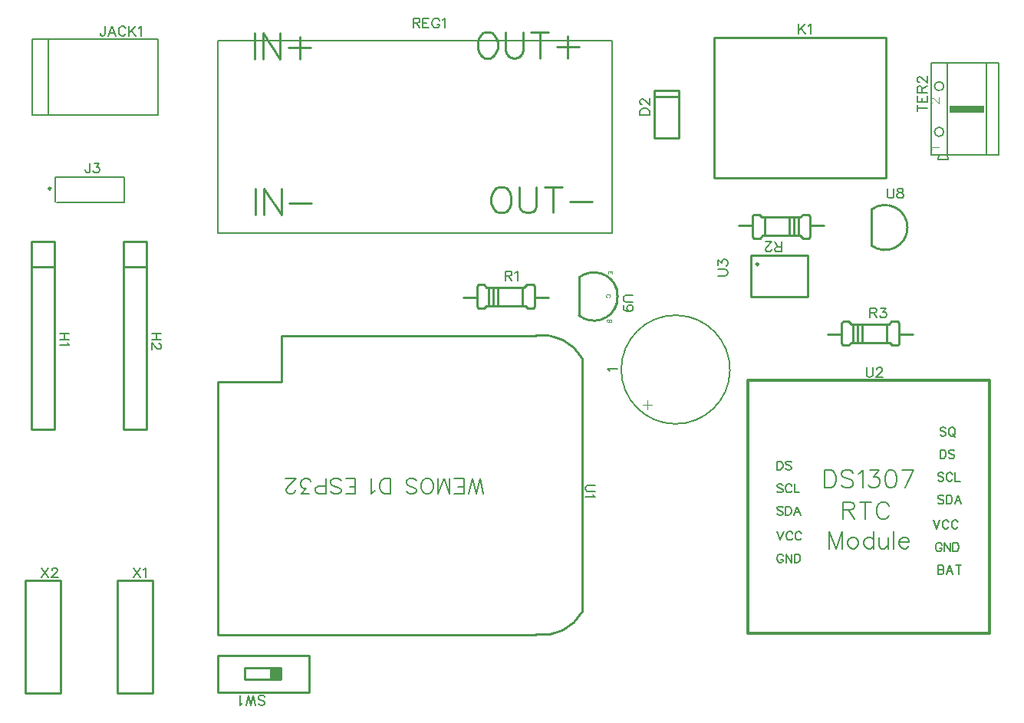
<source format=gto>
G04 Layer: TopSilkLayer*
G04 EasyEDA v6.4.19.5, 2021-05-28T19:21:40+07:00*
G04 6e6706e82e5b4a748e8d5c8c40211ff5,daa0c75fb02d462d8576232f80c62aaa,10*
G04 Gerber Generator version 0.2*
G04 Scale: 100 percent, Rotated: No, Reflected: No *
G04 Dimensions in millimeters *
G04 leading zeros omitted , absolute positions ,4 integer and 5 decimal *
%FSLAX45Y45*%
%MOMM*%

%ADD22C,0.1778*%
%ADD23C,0.2540*%
%ADD24C,0.2286*%
%ADD25C,0.1270*%
%ADD26C,0.3000*%
%ADD27C,0.2032*%
%ADD28C,0.1524*%
%ADD29C,0.1016*%
%ADD30C,0.2400*%
%ADD31C,0.1000*%
%ADD32C,0.1500*%
%ADD33C,0.2000*%
%ADD34C,0.1189*%

%LPD*%
D28*
X1830070Y8002015D02*
G01*
X1830070Y7918958D01*
X1824736Y7903210D01*
X1819655Y7898129D01*
X1809242Y7893050D01*
X1798828Y7893050D01*
X1788413Y7898129D01*
X1783079Y7903210D01*
X1778000Y7918958D01*
X1778000Y7929371D01*
X1905762Y8002015D02*
G01*
X1864360Y7893050D01*
X1905762Y8002015D02*
G01*
X1947418Y7893050D01*
X1879854Y7929371D02*
G01*
X1931670Y7929371D01*
X2059686Y7976108D02*
G01*
X2054352Y7986521D01*
X2043938Y7996936D01*
X2033524Y8002015D01*
X2012950Y8002015D01*
X2002536Y7996936D01*
X1992122Y7986521D01*
X1986788Y7976108D01*
X1981708Y7960360D01*
X1981708Y7934452D01*
X1986788Y7918958D01*
X1992122Y7908544D01*
X2002536Y7898129D01*
X2012950Y7893050D01*
X2033524Y7893050D01*
X2043938Y7898129D01*
X2054352Y7908544D01*
X2059686Y7918958D01*
X2093975Y8002015D02*
G01*
X2093975Y7893050D01*
X2166620Y8002015D02*
G01*
X2093975Y7929371D01*
X2119884Y7955279D02*
G01*
X2166620Y7893050D01*
X2200909Y7981187D02*
G01*
X2211324Y7986521D01*
X2226818Y8002015D01*
X2226818Y7893050D01*
X7398511Y4191000D02*
G01*
X7393177Y4201413D01*
X7377684Y4216907D01*
X7486650Y4216907D01*
D29*
X7763256Y3817365D02*
G01*
X7867141Y3817365D01*
X7815072Y3765550D02*
G01*
X7815072Y3869436D01*
D28*
X10274300Y4890515D02*
G01*
X10274300Y4781550D01*
X10274300Y4890515D02*
G01*
X10321036Y4890515D01*
X10336529Y4885436D01*
X10341863Y4880102D01*
X10346943Y4869687D01*
X10346943Y4859273D01*
X10341863Y4848860D01*
X10336529Y4843779D01*
X10321036Y4838700D01*
X10274300Y4838700D01*
X10310622Y4838700D02*
G01*
X10346943Y4781550D01*
X10391647Y4890515D02*
G01*
X10448797Y4890515D01*
X10417809Y4848860D01*
X10433304Y4848860D01*
X10443718Y4843779D01*
X10448797Y4838700D01*
X10454131Y4822952D01*
X10454131Y4812537D01*
X10448797Y4797044D01*
X10438384Y4786629D01*
X10422890Y4781550D01*
X10407395Y4781550D01*
X10391647Y4786629D01*
X10386568Y4791710D01*
X10381234Y4802123D01*
X9296400Y5510784D02*
G01*
X9296400Y5619750D01*
X9296400Y5510784D02*
G01*
X9249663Y5510784D01*
X9234170Y5515863D01*
X9228836Y5521197D01*
X9223756Y5531612D01*
X9223756Y5542026D01*
X9228836Y5552439D01*
X9234170Y5557520D01*
X9249663Y5562600D01*
X9296400Y5562600D01*
X9260077Y5562600D02*
G01*
X9223756Y5619750D01*
X9184131Y5536692D02*
G01*
X9184131Y5531612D01*
X9179052Y5521197D01*
X9173718Y5515863D01*
X9163304Y5510784D01*
X9142729Y5510784D01*
X9132315Y5515863D01*
X9126981Y5521197D01*
X9121902Y5531612D01*
X9121902Y5542026D01*
X9126981Y5552439D01*
X9137395Y5567934D01*
X9189465Y5619750D01*
X9116568Y5619750D01*
X6248400Y5296915D02*
G01*
X6248400Y5187950D01*
X6248400Y5296915D02*
G01*
X6295136Y5296915D01*
X6310629Y5291836D01*
X6315963Y5286502D01*
X6321043Y5276087D01*
X6321043Y5265673D01*
X6315963Y5255260D01*
X6310629Y5250179D01*
X6295136Y5245100D01*
X6248400Y5245100D01*
X6284722Y5245100D02*
G01*
X6321043Y5187950D01*
X6355334Y5276087D02*
G01*
X6365747Y5281421D01*
X6381495Y5296915D01*
X6381495Y5187950D01*
X7733284Y7023100D02*
G01*
X7842250Y7023100D01*
X7733284Y7023100D02*
G01*
X7733284Y7059421D01*
X7738363Y7075170D01*
X7748777Y7085329D01*
X7759191Y7090663D01*
X7774940Y7095744D01*
X7800847Y7095744D01*
X7816341Y7090663D01*
X7826756Y7085329D01*
X7837170Y7075170D01*
X7842250Y7059421D01*
X7842250Y7023100D01*
X7759191Y7135368D02*
G01*
X7754111Y7135368D01*
X7743697Y7140447D01*
X7738363Y7145781D01*
X7733284Y7156195D01*
X7733284Y7176770D01*
X7738363Y7187184D01*
X7743697Y7192518D01*
X7754111Y7197597D01*
X7764525Y7197597D01*
X7774940Y7192518D01*
X7790434Y7182104D01*
X7842250Y7130034D01*
X7842250Y7202931D01*
X10464800Y6211315D02*
G01*
X10464800Y6133337D01*
X10469879Y6117844D01*
X10480293Y6107429D01*
X10496041Y6102350D01*
X10506456Y6102350D01*
X10521950Y6107429D01*
X10532363Y6117844D01*
X10537443Y6133337D01*
X10537443Y6211315D01*
X10597895Y6211315D02*
G01*
X10582147Y6206236D01*
X10577068Y6195821D01*
X10577068Y6185407D01*
X10582147Y6174994D01*
X10592561Y6169660D01*
X10613390Y6164579D01*
X10628884Y6159500D01*
X10639297Y6149086D01*
X10644631Y6138671D01*
X10644631Y6122923D01*
X10639297Y6112510D01*
X10634218Y6107429D01*
X10618470Y6102350D01*
X10597895Y6102350D01*
X10582147Y6107429D01*
X10577068Y6112510D01*
X10571734Y6122923D01*
X10571734Y6138671D01*
X10577068Y6149086D01*
X10587481Y6159500D01*
X10602975Y6164579D01*
X10623804Y6169660D01*
X10634218Y6174994D01*
X10639297Y6185407D01*
X10639297Y6195821D01*
X10634218Y6206236D01*
X10618470Y6211315D01*
X10597895Y6211315D01*
X5232400Y8090915D02*
G01*
X5232400Y7981950D01*
X5232400Y8090915D02*
G01*
X5279136Y8090915D01*
X5294629Y8085836D01*
X5299963Y8080502D01*
X5305043Y8070087D01*
X5305043Y8059673D01*
X5299963Y8049260D01*
X5294629Y8044179D01*
X5279136Y8039100D01*
X5232400Y8039100D01*
X5268722Y8039100D02*
G01*
X5305043Y7981950D01*
X5339334Y8090915D02*
G01*
X5339334Y7981950D01*
X5339334Y8090915D02*
G01*
X5406897Y8090915D01*
X5339334Y8039100D02*
G01*
X5380990Y8039100D01*
X5339334Y7981950D02*
G01*
X5406897Y7981950D01*
X5519165Y8065008D02*
G01*
X5514086Y8075421D01*
X5503672Y8085836D01*
X5493258Y8090915D01*
X5472429Y8090915D01*
X5462015Y8085836D01*
X5451602Y8075421D01*
X5446522Y8065008D01*
X5441188Y8049260D01*
X5441188Y8023352D01*
X5446522Y8007858D01*
X5451602Y7997444D01*
X5462015Y7987029D01*
X5472429Y7981950D01*
X5493258Y7981950D01*
X5503672Y7987029D01*
X5514086Y7997444D01*
X5519165Y8007858D01*
X5519165Y8023352D01*
X5493258Y8023352D02*
G01*
X5519165Y8023352D01*
X5553456Y8070087D02*
G01*
X5563870Y8075421D01*
X5579363Y8090915D01*
X5579363Y7981950D01*
D30*
X3483356Y7927847D02*
G01*
X3483356Y7641336D01*
X3573525Y7927847D02*
G01*
X3573525Y7641336D01*
X3573525Y7927847D02*
G01*
X3764279Y7641336D01*
X3764279Y7927847D02*
G01*
X3764279Y7641336D01*
X3977131Y7886700D02*
G01*
X3977131Y7641336D01*
X3854195Y7764018D02*
G01*
X4099813Y7764018D01*
X3493515Y6207760D02*
G01*
X3493515Y5921247D01*
X3583431Y6207760D02*
G01*
X3583431Y5921247D01*
X3583431Y6207760D02*
G01*
X3774186Y5921247D01*
X3774186Y6207760D02*
G01*
X3774186Y5921247D01*
X3864356Y6044184D02*
G01*
X4109720Y6044184D01*
X6025134Y7937754D02*
G01*
X5997956Y7924037D01*
X5970777Y7896860D01*
X5957061Y7869428D01*
X5943345Y7828534D01*
X5943345Y7760462D01*
X5957061Y7719568D01*
X5970777Y7692136D01*
X5997956Y7664958D01*
X6025134Y7651242D01*
X6079743Y7651242D01*
X6106922Y7664958D01*
X6134354Y7692136D01*
X6147815Y7719568D01*
X6161531Y7760462D01*
X6161531Y7828534D01*
X6147815Y7869428D01*
X6134354Y7896860D01*
X6106922Y7924037D01*
X6079743Y7937754D01*
X6025134Y7937754D01*
X6251702Y7937754D02*
G01*
X6251702Y7733284D01*
X6265163Y7692136D01*
X6292595Y7664958D01*
X6333490Y7651242D01*
X6360668Y7651242D01*
X6401561Y7664958D01*
X6428740Y7692136D01*
X6442456Y7733284D01*
X6442456Y7937754D01*
X6627875Y7937754D02*
G01*
X6627875Y7651242D01*
X6532372Y7937754D02*
G01*
X6723379Y7937754D01*
X6936231Y7896860D02*
G01*
X6936231Y7651242D01*
X6813295Y7774178D02*
G01*
X7058913Y7774178D01*
X6175247Y6227826D02*
G01*
X6147815Y6214110D01*
X6120638Y6186931D01*
X6106922Y6159500D01*
X6093459Y6118605D01*
X6093459Y6050534D01*
X6106922Y6009639D01*
X6120638Y5982207D01*
X6147815Y5955029D01*
X6175247Y5941313D01*
X6229858Y5941313D01*
X6257036Y5955029D01*
X6284213Y5982207D01*
X6297929Y6009639D01*
X6311645Y6050534D01*
X6311645Y6118605D01*
X6297929Y6159500D01*
X6284213Y6186931D01*
X6257036Y6214110D01*
X6229858Y6227826D01*
X6175247Y6227826D01*
X6401561Y6227826D02*
G01*
X6401561Y6023102D01*
X6415277Y5982207D01*
X6442456Y5955029D01*
X6483350Y5941313D01*
X6510781Y5941313D01*
X6551675Y5955029D01*
X6578854Y5982207D01*
X6592570Y6023102D01*
X6592570Y6227826D01*
X6777990Y6227826D02*
G01*
X6777990Y5941313D01*
X6682486Y6227826D02*
G01*
X6873493Y6227826D01*
X6963409Y6063995D02*
G01*
X7208774Y6063995D01*
D28*
X7659115Y5029200D02*
G01*
X7581138Y5029200D01*
X7565643Y5024120D01*
X7555229Y5013705D01*
X7550150Y4997957D01*
X7550150Y4987544D01*
X7555229Y4972050D01*
X7565643Y4961636D01*
X7581138Y4956555D01*
X7659115Y4956555D01*
X7622793Y4854702D02*
G01*
X7607300Y4859781D01*
X7596886Y4870195D01*
X7591552Y4885689D01*
X7591552Y4891023D01*
X7596886Y4906518D01*
X7607300Y4916931D01*
X7622793Y4922265D01*
X7627874Y4922265D01*
X7643622Y4916931D01*
X7654036Y4906518D01*
X7659115Y4891023D01*
X7659115Y4885689D01*
X7654036Y4870195D01*
X7643622Y4859781D01*
X7622793Y4854702D01*
X7596886Y4854702D01*
X7570724Y4859781D01*
X7555229Y4870195D01*
X7550150Y4885689D01*
X7550150Y4896104D01*
X7555229Y4911852D01*
X7565643Y4916931D01*
D31*
X7418577Y4762500D02*
G01*
X7370825Y4762500D01*
X7418577Y4762500D02*
G01*
X7418577Y4741926D01*
X7416291Y4735321D01*
X7414006Y4733036D01*
X7409688Y4730750D01*
X7405115Y4730750D01*
X7400543Y4733036D01*
X7398258Y4735321D01*
X7395972Y4741926D01*
X7395972Y4762500D02*
G01*
X7395972Y4741926D01*
X7393686Y4735321D01*
X7391400Y4733036D01*
X7386827Y4730750D01*
X7379970Y4730750D01*
X7375397Y4733036D01*
X7373111Y4735321D01*
X7370825Y4741926D01*
X7370825Y4762500D01*
X7394702Y5007863D02*
G01*
X7399274Y5010150D01*
X7403591Y5014721D01*
X7405877Y5019294D01*
X7405877Y5028184D01*
X7403591Y5032755D01*
X7399274Y5037328D01*
X7394702Y5039613D01*
X7387843Y5041900D01*
X7376413Y5041900D01*
X7369556Y5039613D01*
X7364984Y5037328D01*
X7360411Y5032755D01*
X7358125Y5028184D01*
X7358125Y5019294D01*
X7360411Y5014721D01*
X7364984Y5010150D01*
X7369556Y5007863D01*
X7429497Y5295900D02*
G01*
X7381745Y5295900D01*
X7429497Y5295900D02*
G01*
X7429497Y5266436D01*
X7406891Y5295900D02*
G01*
X7406891Y5277612D01*
X7381745Y5295900D02*
G01*
X7381745Y5266436D01*
D28*
X9486900Y8027415D02*
G01*
X9486900Y7918450D01*
X9559543Y8027415D02*
G01*
X9486900Y7954771D01*
X9512808Y7980679D02*
G01*
X9559543Y7918450D01*
X9593834Y8006587D02*
G01*
X9604247Y8011921D01*
X9619995Y8027415D01*
X9619995Y7918450D01*
X10234320Y4235856D02*
G01*
X10234320Y4157878D01*
X10239400Y4142384D01*
X10249814Y4131970D01*
X10265562Y4126890D01*
X10275976Y4126890D01*
X10291470Y4131970D01*
X10301884Y4142384D01*
X10306964Y4157878D01*
X10306964Y4235856D01*
X10346588Y4209948D02*
G01*
X10346588Y4215028D01*
X10351668Y4225442D01*
X10357002Y4230776D01*
X10367416Y4235856D01*
X10387990Y4235856D01*
X10398404Y4230776D01*
X10403738Y4225442D01*
X10408818Y4215028D01*
X10408818Y4204614D01*
X10403738Y4194200D01*
X10393324Y4178706D01*
X10341254Y4126890D01*
X10414152Y4126890D01*
D32*
X9247873Y3197512D02*
G01*
X9247873Y3102008D01*
X9247873Y3197512D02*
G01*
X9279623Y3197512D01*
X9293339Y3192940D01*
X9302229Y3183796D01*
X9306801Y3174652D01*
X9311373Y3161190D01*
X9311373Y3138330D01*
X9306801Y3124614D01*
X9302229Y3115724D01*
X9293339Y3106580D01*
X9279623Y3102008D01*
X9247873Y3102008D01*
X9405099Y3183796D02*
G01*
X9395955Y3192940D01*
X9382239Y3197512D01*
X9364205Y3197512D01*
X9350489Y3192940D01*
X9341345Y3183796D01*
X9341345Y3174652D01*
X9345917Y3165508D01*
X9350489Y3161190D01*
X9359633Y3156618D01*
X9386811Y3147474D01*
X9395955Y3142902D01*
X9400527Y3138330D01*
X9405099Y3129186D01*
X9405099Y3115724D01*
X9395955Y3106580D01*
X9382239Y3102008D01*
X9364205Y3102008D01*
X9350489Y3106580D01*
X9341345Y3115724D01*
X9311482Y2933750D02*
G01*
X9302338Y2942894D01*
X9288622Y2947466D01*
X9270588Y2947466D01*
X9256872Y2942894D01*
X9247728Y2933750D01*
X9247728Y2924606D01*
X9252300Y2915716D01*
X9256872Y2911144D01*
X9266016Y2906572D01*
X9293194Y2897428D01*
X9302338Y2892856D01*
X9306910Y2888284D01*
X9311482Y2879140D01*
X9311482Y2865678D01*
X9302338Y2856534D01*
X9288622Y2851962D01*
X9270588Y2851962D01*
X9256872Y2856534D01*
X9247728Y2865678D01*
X9409526Y2924606D02*
G01*
X9404954Y2933750D01*
X9396064Y2942894D01*
X9386920Y2947466D01*
X9368632Y2947466D01*
X9359488Y2942894D01*
X9350598Y2933750D01*
X9346026Y2924606D01*
X9341454Y2911144D01*
X9341454Y2888284D01*
X9346026Y2874822D01*
X9350598Y2865678D01*
X9359488Y2856534D01*
X9368632Y2851962D01*
X9386920Y2851962D01*
X9396064Y2856534D01*
X9404954Y2865678D01*
X9409526Y2874822D01*
X9439498Y2947466D02*
G01*
X9439498Y2851962D01*
X9439498Y2851962D02*
G01*
X9494108Y2851962D01*
X9311340Y2683921D02*
G01*
X9302450Y2692811D01*
X9288734Y2697383D01*
X9270446Y2697383D01*
X9256984Y2692811D01*
X9247840Y2683921D01*
X9247840Y2674777D01*
X9252412Y2665633D01*
X9256984Y2661061D01*
X9265874Y2656489D01*
X9293306Y2647345D01*
X9302450Y2642773D01*
X9306768Y2638455D01*
X9311340Y2629311D01*
X9311340Y2615595D01*
X9302450Y2606451D01*
X9288734Y2601879D01*
X9270446Y2601879D01*
X9256984Y2606451D01*
X9247840Y2615595D01*
X9341312Y2697383D02*
G01*
X9341312Y2601879D01*
X9341312Y2697383D02*
G01*
X9373316Y2697383D01*
X9386778Y2692811D01*
X9395922Y2683921D01*
X9400494Y2674777D01*
X9405066Y2661061D01*
X9405066Y2638455D01*
X9400494Y2624739D01*
X9395922Y2615595D01*
X9386778Y2606451D01*
X9373316Y2601879D01*
X9341312Y2601879D01*
X9471360Y2697383D02*
G01*
X9435038Y2601879D01*
X9471360Y2697383D02*
G01*
X9507682Y2601879D01*
X9448754Y2633883D02*
G01*
X9494220Y2633883D01*
X9247759Y2422456D02*
G01*
X9284081Y2326952D01*
X9320402Y2422456D02*
G01*
X9284081Y2326952D01*
X9418700Y2399596D02*
G01*
X9414129Y2408740D01*
X9404984Y2417884D01*
X9396095Y2422456D01*
X9377806Y2422456D01*
X9368663Y2417884D01*
X9359518Y2408740D01*
X9354947Y2399596D01*
X9350629Y2386134D01*
X9350629Y2363274D01*
X9354947Y2349812D01*
X9359518Y2340668D01*
X9368663Y2331524D01*
X9377806Y2326952D01*
X9396095Y2326952D01*
X9404984Y2331524D01*
X9414129Y2340668D01*
X9418700Y2349812D01*
X9516999Y2399596D02*
G01*
X9512427Y2408740D01*
X9503283Y2417884D01*
X9494138Y2422456D01*
X9475850Y2422456D01*
X9466961Y2417884D01*
X9457816Y2408740D01*
X9453245Y2399596D01*
X9448672Y2386134D01*
X9448672Y2363274D01*
X9453245Y2349812D01*
X9457816Y2340668D01*
X9466961Y2331524D01*
X9475850Y2326952D01*
X9494138Y2326952D01*
X9503283Y2331524D01*
X9512427Y2340668D01*
X9516999Y2349812D01*
X9316051Y2149662D02*
G01*
X9311479Y2158806D01*
X9302335Y2167950D01*
X9293191Y2172522D01*
X9275157Y2172522D01*
X9266013Y2167950D01*
X9256869Y2158806D01*
X9252297Y2149662D01*
X9247725Y2135946D01*
X9247725Y2113340D01*
X9252297Y2099624D01*
X9256869Y2090734D01*
X9266013Y2081590D01*
X9275157Y2077018D01*
X9293191Y2077018D01*
X9302335Y2081590D01*
X9311479Y2090734D01*
X9316051Y2099624D01*
X9316051Y2113340D01*
X9293191Y2113340D02*
G01*
X9316051Y2113340D01*
X9346023Y2172522D02*
G01*
X9346023Y2077018D01*
X9346023Y2172522D02*
G01*
X9409523Y2077018D01*
X9409523Y2172522D02*
G01*
X9409523Y2077018D01*
X9439495Y2172522D02*
G01*
X9439495Y2077018D01*
X9439495Y2172522D02*
G01*
X9471499Y2172522D01*
X9484961Y2167950D01*
X9494105Y2158806D01*
X9498677Y2149662D01*
X9503249Y2135946D01*
X9503249Y2113340D01*
X9498677Y2099624D01*
X9494105Y2090734D01*
X9484961Y2081590D01*
X9471499Y2077018D01*
X9439495Y2077018D01*
X11047869Y3322515D02*
G01*
X11047869Y3227006D01*
X11047869Y3322515D02*
G01*
X11079619Y3322515D01*
X11093340Y3317948D01*
X11102230Y3308797D01*
X11106797Y3299663D01*
X11111369Y3286198D01*
X11111369Y3263341D01*
X11106797Y3249622D01*
X11102230Y3240730D01*
X11093340Y3231591D01*
X11079619Y3227006D01*
X11047869Y3227006D01*
X11205100Y3308797D02*
G01*
X11195956Y3317948D01*
X11182240Y3322515D01*
X11164206Y3322515D01*
X11150490Y3317948D01*
X11141341Y3308797D01*
X11141341Y3299663D01*
X11145916Y3290506D01*
X11150490Y3286198D01*
X11159632Y3281613D01*
X11186810Y3272480D01*
X11195956Y3267913D01*
X11200523Y3263341D01*
X11205100Y3254189D01*
X11205100Y3240730D01*
X11195956Y3231591D01*
X11182240Y3227006D01*
X11164206Y3227006D01*
X11150490Y3231591D01*
X11141341Y3240730D01*
X11086477Y3058751D02*
G01*
X11077333Y3067903D01*
X11063615Y3072470D01*
X11045583Y3072470D01*
X11031865Y3067903D01*
X11022723Y3058751D01*
X11022723Y3049612D01*
X11027298Y3040720D01*
X11031865Y3036153D01*
X11041009Y3031568D01*
X11068187Y3022434D01*
X11077333Y3017862D01*
X11081908Y3013278D01*
X11086477Y3004144D01*
X11086477Y2990684D01*
X11077333Y2981528D01*
X11063615Y2976961D01*
X11045583Y2976961D01*
X11031865Y2981528D01*
X11022723Y2990684D01*
X11184524Y3049612D02*
G01*
X11179949Y3058751D01*
X11171057Y3067903D01*
X11161918Y3072470D01*
X11143627Y3072470D01*
X11134483Y3067903D01*
X11125591Y3058751D01*
X11121024Y3049612D01*
X11116449Y3036153D01*
X11116449Y3013278D01*
X11121024Y2999818D01*
X11125591Y2990684D01*
X11134483Y2981528D01*
X11143627Y2976961D01*
X11161918Y2976961D01*
X11171057Y2981528D01*
X11179949Y2990684D01*
X11184524Y2999818D01*
X11214491Y3072470D02*
G01*
X11214491Y2976961D01*
X11214491Y2976961D02*
G01*
X11269103Y2976961D01*
X11086332Y2808930D02*
G01*
X11077450Y2817822D01*
X11063729Y2822389D01*
X11045443Y2822389D01*
X11031979Y2817822D01*
X11022832Y2808930D01*
X11022832Y2799773D01*
X11027407Y2790639D01*
X11031979Y2786072D01*
X11040866Y2781500D01*
X11068301Y2772349D01*
X11077450Y2767782D01*
X11081760Y2763456D01*
X11086332Y2754322D01*
X11086332Y2740599D01*
X11077450Y2731447D01*
X11063729Y2726880D01*
X11045443Y2726880D01*
X11031979Y2731447D01*
X11022832Y2740599D01*
X11116307Y2822389D02*
G01*
X11116307Y2726880D01*
X11116307Y2822389D02*
G01*
X11148308Y2822389D01*
X11161775Y2817822D01*
X11170917Y2808930D01*
X11175486Y2799773D01*
X11180058Y2786072D01*
X11180058Y2763456D01*
X11175486Y2749750D01*
X11170917Y2740599D01*
X11161775Y2731447D01*
X11148308Y2726880D01*
X11116307Y2726880D01*
X11246360Y2822389D02*
G01*
X11210033Y2726880D01*
X11246360Y2822389D02*
G01*
X11282677Y2726880D01*
X11223749Y2758889D02*
G01*
X11269212Y2758889D01*
X10972845Y2547447D02*
G01*
X11009167Y2451938D01*
X11045489Y2547447D02*
G01*
X11009167Y2451938D01*
X11143790Y2524589D02*
G01*
X11139215Y2533728D01*
X11130071Y2542862D01*
X11121179Y2547447D01*
X11102898Y2547447D01*
X11093747Y2542862D01*
X11084605Y2533728D01*
X11080038Y2524589D01*
X11075715Y2511112D01*
X11075715Y2488255D01*
X11080038Y2474795D01*
X11084605Y2465661D01*
X11093747Y2456505D01*
X11102898Y2451938D01*
X11121179Y2451938D01*
X11130071Y2456505D01*
X11139215Y2465661D01*
X11143790Y2474795D01*
X11242088Y2524589D02*
G01*
X11237513Y2533728D01*
X11228372Y2542862D01*
X11219223Y2547447D01*
X11200940Y2547447D01*
X11192047Y2542862D01*
X11182901Y2533728D01*
X11178329Y2524589D01*
X11173762Y2511112D01*
X11173762Y2488255D01*
X11178329Y2474795D01*
X11182901Y2465661D01*
X11192047Y2456505D01*
X11200940Y2451938D01*
X11219223Y2451938D01*
X11228372Y2456505D01*
X11237513Y2465661D01*
X11242088Y2474795D01*
X11066051Y2274661D02*
G01*
X11061479Y2283813D01*
X11052335Y2292951D01*
X11043188Y2297518D01*
X11025159Y2297518D01*
X11016010Y2292951D01*
X11006866Y2283813D01*
X11002299Y2274661D01*
X10997725Y2260942D01*
X10997725Y2238344D01*
X11002299Y2224625D01*
X11006866Y2215728D01*
X11016010Y2206594D01*
X11025159Y2202009D01*
X11043188Y2202009D01*
X11052335Y2206594D01*
X11061479Y2215728D01*
X11066051Y2224625D01*
X11066051Y2238344D01*
X11043188Y2238344D02*
G01*
X11066051Y2238344D01*
X11096025Y2297518D02*
G01*
X11096025Y2202009D01*
X11096025Y2297518D02*
G01*
X11159525Y2202009D01*
X11159525Y2297518D02*
G01*
X11159525Y2202009D01*
X11189492Y2297518D02*
G01*
X11189492Y2202009D01*
X11189492Y2297518D02*
G01*
X11221501Y2297518D01*
X11234958Y2292951D01*
X11244105Y2283813D01*
X11248677Y2274661D01*
X11253251Y2260942D01*
X11253251Y2238344D01*
X11248677Y2224625D01*
X11244105Y2215728D01*
X11234958Y2206594D01*
X11221501Y2202009D01*
X11189492Y2202009D01*
X11111473Y3558755D02*
G01*
X11102329Y3567899D01*
X11088613Y3572471D01*
X11070579Y3572471D01*
X11056863Y3567899D01*
X11047719Y3558755D01*
X11047719Y3549611D01*
X11052291Y3540721D01*
X11056863Y3536149D01*
X11066007Y3531577D01*
X11093185Y3522433D01*
X11102329Y3517861D01*
X11106901Y3513289D01*
X11111473Y3504145D01*
X11111473Y3490683D01*
X11102329Y3481539D01*
X11088613Y3476967D01*
X11070579Y3476967D01*
X11056863Y3481539D01*
X11047719Y3490683D01*
X11168623Y3572471D02*
G01*
X11159479Y3567899D01*
X11150589Y3558755D01*
X11146017Y3549611D01*
X11141445Y3536149D01*
X11141445Y3513289D01*
X11146017Y3499827D01*
X11150589Y3490683D01*
X11159479Y3481539D01*
X11168623Y3476967D01*
X11186911Y3476967D01*
X11196055Y3481539D01*
X11204945Y3490683D01*
X11209517Y3499827D01*
X11214089Y3513289D01*
X11214089Y3536149D01*
X11209517Y3549611D01*
X11204945Y3558755D01*
X11196055Y3567899D01*
X11186911Y3572471D01*
X11168623Y3572471D01*
X11182339Y3495255D02*
G01*
X11209517Y3467823D01*
X11022840Y2047318D02*
G01*
X11022840Y1952068D01*
X11022840Y2047318D02*
G01*
X11063734Y2047318D01*
X11077450Y2043000D01*
X11081768Y2038428D01*
X11086340Y2029284D01*
X11086340Y2020140D01*
X11081768Y2010996D01*
X11077450Y2006424D01*
X11063734Y2002106D01*
X11022840Y2002106D02*
G01*
X11063734Y2002106D01*
X11077450Y1997534D01*
X11081768Y1992962D01*
X11086340Y1983818D01*
X11086340Y1970102D01*
X11081768Y1960958D01*
X11077450Y1956640D01*
X11063734Y1952068D01*
X11022840Y1952068D01*
X11152888Y2047318D02*
G01*
X11116312Y1952068D01*
X11152888Y2047318D02*
G01*
X11189210Y1952068D01*
X11130028Y1983818D02*
G01*
X11175494Y1983818D01*
X11250932Y2047318D02*
G01*
X11250932Y1952068D01*
X11219182Y2047318D02*
G01*
X11282682Y2047318D01*
D33*
X9772898Y3098248D02*
G01*
X9772898Y2907494D01*
X9772898Y3098248D02*
G01*
X9836398Y3098248D01*
X9863576Y3089358D01*
X9881864Y3071070D01*
X9891008Y3052782D01*
X9900152Y3025604D01*
X9900152Y2980138D01*
X9891008Y2952960D01*
X9881864Y2934672D01*
X9863576Y2916638D01*
X9836398Y2907494D01*
X9772898Y2907494D01*
X10087350Y3071070D02*
G01*
X10069062Y3089358D01*
X10041884Y3098248D01*
X10005562Y3098248D01*
X9978130Y3089358D01*
X9960096Y3071070D01*
X9960096Y3052782D01*
X9969240Y3034748D01*
X9978130Y3025604D01*
X9996418Y3016460D01*
X10051028Y2998426D01*
X10069062Y2989282D01*
X10078206Y2980138D01*
X10087350Y2962104D01*
X10087350Y2934672D01*
X10069062Y2916638D01*
X10041884Y2907494D01*
X10005562Y2907494D01*
X9978130Y2916638D01*
X9960096Y2934672D01*
X10147294Y3061926D02*
G01*
X10165582Y3071070D01*
X10192760Y3098248D01*
X10192760Y2907494D01*
X10270992Y3098248D02*
G01*
X10371068Y3098248D01*
X10316458Y3025604D01*
X10343636Y3025604D01*
X10361924Y3016460D01*
X10371068Y3007316D01*
X10379958Y2980138D01*
X10379958Y2962104D01*
X10371068Y2934672D01*
X10352780Y2916638D01*
X10325602Y2907494D01*
X10298170Y2907494D01*
X10270992Y2916638D01*
X10261848Y2925528D01*
X10252704Y2943816D01*
X10494512Y3098248D02*
G01*
X10467334Y3089358D01*
X10449046Y3061926D01*
X10440156Y3016460D01*
X10440156Y2989282D01*
X10449046Y2943816D01*
X10467334Y2916638D01*
X10494512Y2907494D01*
X10512800Y2907494D01*
X10539978Y2916638D01*
X10558266Y2943816D01*
X10567410Y2989282D01*
X10567410Y3016460D01*
X10558266Y3061926D01*
X10539978Y3089358D01*
X10512800Y3098248D01*
X10494512Y3098248D01*
X10754608Y3098248D02*
G01*
X10663676Y2907494D01*
X10627354Y3098248D02*
G01*
X10754608Y3098248D01*
X9972761Y2748399D02*
G01*
X9972761Y2557391D01*
X9972761Y2748399D02*
G01*
X10054549Y2748399D01*
X10081981Y2739255D01*
X10090871Y2730111D01*
X10100015Y2712077D01*
X10100015Y2693789D01*
X10090871Y2675501D01*
X10081981Y2666611D01*
X10054549Y2657467D01*
X9972761Y2657467D01*
X10036515Y2657467D02*
G01*
X10100015Y2557391D01*
X10223713Y2748399D02*
G01*
X10223713Y2557391D01*
X10159959Y2748399D02*
G01*
X10287213Y2748399D01*
X10483809Y2702933D02*
G01*
X10474665Y2720967D01*
X10456377Y2739255D01*
X10438343Y2748399D01*
X10401767Y2748399D01*
X10383733Y2739255D01*
X10365445Y2720967D01*
X10356301Y2702933D01*
X10347411Y2675501D01*
X10347411Y2630289D01*
X10356301Y2602857D01*
X10365445Y2584823D01*
X10383733Y2566535D01*
X10401767Y2557391D01*
X10438343Y2557391D01*
X10456377Y2566535D01*
X10474665Y2584823D01*
X10483809Y2602857D01*
X9822670Y2423424D02*
G01*
X9822670Y2232416D01*
X9822670Y2423424D02*
G01*
X9895568Y2232416D01*
X9968212Y2423424D02*
G01*
X9895568Y2232416D01*
X9968212Y2423424D02*
G01*
X9968212Y2232416D01*
X10073622Y2359670D02*
G01*
X10055588Y2350526D01*
X10037300Y2332492D01*
X10028156Y2305060D01*
X10028156Y2287026D01*
X10037300Y2259594D01*
X10055588Y2241560D01*
X10073622Y2232416D01*
X10101054Y2232416D01*
X10119088Y2241560D01*
X10137376Y2259594D01*
X10146520Y2287026D01*
X10146520Y2305060D01*
X10137376Y2332492D01*
X10119088Y2350526D01*
X10101054Y2359670D01*
X10073622Y2359670D01*
X10315430Y2423424D02*
G01*
X10315430Y2232416D01*
X10315430Y2332492D02*
G01*
X10297396Y2350526D01*
X10279108Y2359670D01*
X10251930Y2359670D01*
X10233642Y2350526D01*
X10215608Y2332492D01*
X10206464Y2305060D01*
X10206464Y2287026D01*
X10215608Y2259594D01*
X10233642Y2241560D01*
X10251930Y2232416D01*
X10279108Y2232416D01*
X10297396Y2241560D01*
X10315430Y2259594D01*
X10375628Y2359670D02*
G01*
X10375628Y2268738D01*
X10384518Y2241560D01*
X10402806Y2232416D01*
X10429984Y2232416D01*
X10448272Y2241560D01*
X10475450Y2268738D01*
X10475450Y2359670D02*
G01*
X10475450Y2232416D01*
X10535394Y2423424D02*
G01*
X10535394Y2232416D01*
X10595592Y2305060D02*
G01*
X10704558Y2305060D01*
X10704558Y2323348D01*
X10695414Y2341636D01*
X10686524Y2350526D01*
X10668236Y2359670D01*
X10641058Y2359670D01*
X10622770Y2350526D01*
X10604482Y2332492D01*
X10595592Y2305060D01*
X10595592Y2287026D01*
X10604482Y2259594D01*
X10622770Y2241560D01*
X10641058Y2232416D01*
X10668236Y2232416D01*
X10686524Y2241560D01*
X10704558Y2259594D01*
D28*
X10793984Y7097521D02*
G01*
X10902950Y7097521D01*
X10793984Y7061200D02*
G01*
X10793984Y7133844D01*
X10793984Y7168134D02*
G01*
X10902950Y7168134D01*
X10793984Y7168134D02*
G01*
X10793984Y7235697D01*
X10845800Y7168134D02*
G01*
X10845800Y7209789D01*
X10902950Y7168134D02*
G01*
X10902950Y7235697D01*
X10793984Y7269987D02*
G01*
X10902950Y7269987D01*
X10793984Y7269987D02*
G01*
X10793984Y7316723D01*
X10799063Y7332471D01*
X10804397Y7337552D01*
X10814811Y7342886D01*
X10825225Y7342886D01*
X10835640Y7337552D01*
X10840720Y7332471D01*
X10845800Y7316723D01*
X10845800Y7269987D01*
X10845800Y7306310D02*
G01*
X10902950Y7342886D01*
X10819891Y7382255D02*
G01*
X10814811Y7382255D01*
X10804397Y7387589D01*
X10799063Y7392670D01*
X10793984Y7403084D01*
X10793984Y7423912D01*
X10799063Y7434326D01*
X10804397Y7439405D01*
X10814811Y7444739D01*
X10825225Y7444739D01*
X10835640Y7439405D01*
X10851134Y7428992D01*
X10902950Y7377176D01*
X10902950Y7449820D01*
D34*
X10955527Y6642100D02*
G01*
X10951209Y6650989D01*
X10937493Y6664705D01*
X11032236Y6664705D01*
X10960100Y7154671D02*
G01*
X10955527Y7154671D01*
X10946638Y7158989D01*
X10942065Y7163562D01*
X10937493Y7172705D01*
X10937493Y7190739D01*
X10942065Y7199629D01*
X10946638Y7204202D01*
X10955527Y7208520D01*
X10964672Y7208520D01*
X10973561Y7204202D01*
X10987024Y7195058D01*
X11032236Y7150100D01*
X11032236Y7213092D01*
D28*
X2146300Y2020315D02*
G01*
X2218943Y1911350D01*
X2218943Y2020315D02*
G01*
X2146300Y1911350D01*
X2253234Y1999487D02*
G01*
X2263647Y2004821D01*
X2279395Y2020315D01*
X2279395Y1911350D01*
X1130300Y2020315D02*
G01*
X1202944Y1911350D01*
X1202944Y2020315D02*
G01*
X1130300Y1911350D01*
X1242568Y1994407D02*
G01*
X1242568Y1999487D01*
X1247647Y2009902D01*
X1252981Y2015236D01*
X1263395Y2020315D01*
X1283970Y2020315D01*
X1294384Y2015236D01*
X1299718Y2009902D01*
X1304797Y1999487D01*
X1304797Y1989073D01*
X1299718Y1978660D01*
X1289304Y1963165D01*
X1237234Y1911350D01*
X1310131Y1911350D01*
X8596884Y5245100D02*
G01*
X8674861Y5245100D01*
X8690356Y5250179D01*
X8700770Y5260594D01*
X8705850Y5276342D01*
X8705850Y5286755D01*
X8700770Y5302250D01*
X8690356Y5312663D01*
X8674861Y5317744D01*
X8596884Y5317744D01*
X8596884Y5362447D02*
G01*
X8596884Y5419597D01*
X8638540Y5388610D01*
X8638540Y5404104D01*
X8643620Y5414518D01*
X8648700Y5419597D01*
X8664447Y5424931D01*
X8674861Y5424931D01*
X8690356Y5419597D01*
X8700770Y5409184D01*
X8705850Y5393689D01*
X8705850Y5378195D01*
X8700770Y5362447D01*
X8695690Y5357368D01*
X8685275Y5352034D01*
X3522472Y519937D02*
G01*
X3532886Y509523D01*
X3548379Y504444D01*
X3569208Y504444D01*
X3584702Y509523D01*
X3595115Y519937D01*
X3595115Y530352D01*
X3590036Y540765D01*
X3584702Y546100D01*
X3574288Y551179D01*
X3543045Y561594D01*
X3532886Y566673D01*
X3527552Y572007D01*
X3522472Y582421D01*
X3522472Y597915D01*
X3532886Y608329D01*
X3548379Y613410D01*
X3569208Y613410D01*
X3584702Y608329D01*
X3595115Y597915D01*
X3488181Y504444D02*
G01*
X3462020Y613410D01*
X3436111Y504444D02*
G01*
X3462020Y613410D01*
X3436111Y504444D02*
G01*
X3410204Y613410D01*
X3384295Y504444D02*
G01*
X3410204Y613410D01*
X3350006Y525271D02*
G01*
X3339591Y519937D01*
X3323843Y504444D01*
X3323843Y613410D01*
X1664970Y6490715D02*
G01*
X1664970Y6407657D01*
X1659636Y6391910D01*
X1654555Y6386829D01*
X1644142Y6381750D01*
X1633728Y6381750D01*
X1623313Y6386829D01*
X1617979Y6391910D01*
X1612900Y6407657D01*
X1612900Y6418071D01*
X1709420Y6490715D02*
G01*
X1766570Y6490715D01*
X1735581Y6449060D01*
X1751076Y6449060D01*
X1761489Y6443979D01*
X1766570Y6438900D01*
X1771904Y6423152D01*
X1771904Y6412737D01*
X1766570Y6397244D01*
X1756410Y6386829D01*
X1740662Y6381750D01*
X1725168Y6381750D01*
X1709420Y6386829D01*
X1704339Y6391910D01*
X1699260Y6402323D01*
X1436115Y4610100D02*
G01*
X1327150Y4610100D01*
X1436115Y4537455D02*
G01*
X1327150Y4537455D01*
X1384300Y4610100D02*
G01*
X1384300Y4537455D01*
X1415287Y4503165D02*
G01*
X1420621Y4492752D01*
X1436115Y4477004D01*
X1327150Y4477004D01*
X2452115Y4610100D02*
G01*
X2343150Y4610100D01*
X2452115Y4537455D02*
G01*
X2343150Y4537455D01*
X2400300Y4610100D02*
G01*
X2400300Y4537455D01*
X2426208Y4497831D02*
G01*
X2431288Y4497831D01*
X2441702Y4492752D01*
X2447036Y4487418D01*
X2452115Y4477004D01*
X2452115Y4456429D01*
X2447036Y4446015D01*
X2441702Y4440681D01*
X2431288Y4435602D01*
X2420874Y4435602D01*
X2410459Y4440681D01*
X2394965Y4451095D01*
X2343150Y4503165D01*
X2343150Y4430268D01*
X7240015Y2933700D02*
G01*
X7162038Y2933700D01*
X7146543Y2928620D01*
X7136129Y2918205D01*
X7131050Y2902457D01*
X7131050Y2892044D01*
X7136129Y2876550D01*
X7146543Y2866136D01*
X7162038Y2861055D01*
X7240015Y2861055D01*
X7219188Y2826765D02*
G01*
X7224522Y2816352D01*
X7240015Y2800604D01*
X7131050Y2800604D01*
D27*
X6007100Y2836671D02*
G01*
X5966713Y3006344D01*
X5926327Y2836671D02*
G01*
X5966713Y3006344D01*
X5926327Y2836671D02*
G01*
X5885941Y3006344D01*
X5845556Y2836671D02*
G01*
X5885941Y3006344D01*
X5792215Y2836671D02*
G01*
X5792215Y3006344D01*
X5792215Y2836671D02*
G01*
X5687059Y2836671D01*
X5792215Y2917444D02*
G01*
X5727445Y2917444D01*
X5792215Y3006344D02*
G01*
X5687059Y3006344D01*
X5633720Y2836671D02*
G01*
X5633720Y3006344D01*
X5633720Y2836671D02*
G01*
X5568950Y3006344D01*
X5504434Y2836671D02*
G01*
X5568950Y3006344D01*
X5504434Y2836671D02*
G01*
X5504434Y3006344D01*
X5402579Y2836671D02*
G01*
X5418836Y2844800D01*
X5434838Y2861055D01*
X5442965Y2877057D01*
X5451093Y2901442D01*
X5451093Y2941828D01*
X5442965Y2965957D01*
X5434838Y2982213D01*
X5418836Y2998470D01*
X5402579Y3006344D01*
X5370322Y3006344D01*
X5354065Y2998470D01*
X5337809Y2982213D01*
X5329936Y2965957D01*
X5321808Y2941828D01*
X5321808Y2901442D01*
X5329936Y2877057D01*
X5337809Y2861055D01*
X5354065Y2844800D01*
X5370322Y2836671D01*
X5402579Y2836671D01*
X5155184Y2861055D02*
G01*
X5171440Y2844800D01*
X5195570Y2836671D01*
X5228081Y2836671D01*
X5252211Y2844800D01*
X5268468Y2861055D01*
X5268468Y2877057D01*
X5260340Y2893313D01*
X5252211Y2901442D01*
X5236209Y2909570D01*
X5187695Y2925571D01*
X5171440Y2933700D01*
X5163311Y2941828D01*
X5155184Y2957829D01*
X5155184Y2982213D01*
X5171440Y2998470D01*
X5195570Y3006344D01*
X5228081Y3006344D01*
X5252211Y2998470D01*
X5268468Y2982213D01*
X4977384Y2836671D02*
G01*
X4977384Y3006344D01*
X4977384Y2836671D02*
G01*
X4920995Y2836671D01*
X4896611Y2844800D01*
X4880609Y2861055D01*
X4872481Y2877057D01*
X4864354Y2901442D01*
X4864354Y2941828D01*
X4872481Y2965957D01*
X4880609Y2982213D01*
X4896611Y2998470D01*
X4920995Y3006344D01*
X4977384Y3006344D01*
X4811013Y2868929D02*
G01*
X4794758Y2861055D01*
X4770627Y2836671D01*
X4770627Y3006344D01*
X4592827Y2836671D02*
G01*
X4592827Y3006344D01*
X4592827Y2836671D02*
G01*
X4487672Y2836671D01*
X4592827Y2917444D02*
G01*
X4528058Y2917444D01*
X4592827Y3006344D02*
G01*
X4487672Y3006344D01*
X4321302Y2861055D02*
G01*
X4337304Y2844800D01*
X4361688Y2836671D01*
X4393945Y2836671D01*
X4418329Y2844800D01*
X4434331Y2861055D01*
X4434331Y2877057D01*
X4426204Y2893313D01*
X4418329Y2901442D01*
X4402074Y2909570D01*
X4353559Y2925571D01*
X4337304Y2933700D01*
X4329429Y2941828D01*
X4321302Y2957829D01*
X4321302Y2982213D01*
X4337304Y2998470D01*
X4361688Y3006344D01*
X4393945Y3006344D01*
X4418329Y2998470D01*
X4434331Y2982213D01*
X4267961Y2836671D02*
G01*
X4267961Y3006344D01*
X4267961Y2836671D02*
G01*
X4195063Y2836671D01*
X4170934Y2844800D01*
X4162806Y2852928D01*
X4154677Y2868929D01*
X4154677Y2893313D01*
X4162806Y2909570D01*
X4170934Y2917444D01*
X4195063Y2925571D01*
X4267961Y2925571D01*
X4085336Y2836671D02*
G01*
X3996436Y2836671D01*
X4044950Y2901442D01*
X4020565Y2901442D01*
X4004309Y2909570D01*
X3996436Y2917444D01*
X3988308Y2941828D01*
X3988308Y2957829D01*
X3996436Y2982213D01*
X4012438Y2998470D01*
X4036822Y3006344D01*
X4060952Y3006344D01*
X4085336Y2998470D01*
X4093209Y2990342D01*
X4101338Y2974086D01*
X3926840Y2877057D02*
G01*
X3926840Y2868929D01*
X3918711Y2852928D01*
X3910584Y2844800D01*
X3894581Y2836671D01*
X3862070Y2836671D01*
X3846068Y2844800D01*
X3837940Y2852928D01*
X3829811Y2868929D01*
X3829811Y2885186D01*
X3837940Y2901442D01*
X3854195Y2925571D01*
X3934968Y3006344D01*
X3821684Y3006344D01*
G36*
X11150600Y7124700D02*
G01*
X11150600Y7048500D01*
X11531600Y7048500D01*
X11531600Y7124700D01*
G37*
G36*
X3652570Y918057D02*
G01*
X3652570Y792073D01*
X3768547Y788060D01*
X3769563Y915060D01*
G37*
D22*
X1206500Y7023100D02*
G01*
X1206500Y7861300D01*
X2413000Y7861300D02*
G01*
X1028700Y7861300D01*
X1028700Y7023100D01*
X2413000Y7023100D01*
X2413000Y7861300D01*
D23*
X10088879Y4711700D02*
G01*
X10088879Y4512182D01*
X10139679Y4706620D02*
G01*
X10139679Y4508500D01*
X10190479Y4709160D02*
G01*
X10190479Y4511039D01*
X10462259Y4711700D02*
G01*
X10462259Y4516120D01*
X9809683Y4597323D02*
G01*
X9962083Y4597323D01*
X9962083Y4724323D01*
X9979939Y4742179D01*
X10038130Y4742179D01*
X10068483Y4711700D01*
X10482376Y4711700D01*
X10513136Y4742179D01*
X10579227Y4742179D01*
X10597083Y4724323D01*
X10597083Y4495723D01*
X10581919Y4480560D01*
X10520781Y4480560D01*
X10492714Y4508500D01*
X10065893Y4508500D01*
X10038232Y4480560D01*
X9977247Y4480560D01*
X9962083Y4495723D01*
X9962083Y4597323D01*
X10597083Y4597323D02*
G01*
X10749483Y4597323D01*
X9481820Y5689600D02*
G01*
X9481820Y5889117D01*
X9431020Y5694679D02*
G01*
X9431020Y5892800D01*
X9380220Y5692139D02*
G01*
X9380220Y5890260D01*
X9108440Y5689600D02*
G01*
X9108440Y5885179D01*
X9761016Y5803976D02*
G01*
X9608616Y5803976D01*
X9608616Y5676976D01*
X9590760Y5659120D01*
X9532569Y5659120D01*
X9502216Y5689600D01*
X9088323Y5689600D01*
X9057563Y5659120D01*
X8991472Y5659120D01*
X8973616Y5676976D01*
X8973616Y5905576D01*
X8988780Y5920739D01*
X9049918Y5920739D01*
X9077985Y5892800D01*
X9504806Y5892800D01*
X9532467Y5920739D01*
X9593452Y5920739D01*
X9608616Y5905576D01*
X9608616Y5803976D01*
X8973616Y5803976D02*
G01*
X8821216Y5803976D01*
X6062979Y5118100D02*
G01*
X6062979Y4918582D01*
X6113779Y5113020D02*
G01*
X6113779Y4914900D01*
X6164579Y5115560D02*
G01*
X6164579Y4917439D01*
X6436359Y5118100D02*
G01*
X6436359Y4922520D01*
X5783783Y5003723D02*
G01*
X5936183Y5003723D01*
X5936183Y5130723D01*
X5954039Y5148579D01*
X6012230Y5148579D01*
X6042583Y5118100D01*
X6456476Y5118100D01*
X6487236Y5148579D01*
X6553327Y5148579D01*
X6571183Y5130723D01*
X6571183Y4902123D01*
X6556019Y4886960D01*
X6494881Y4886960D01*
X6466814Y4914900D01*
X6039993Y4914900D01*
X6012332Y4886960D01*
X5951347Y4886960D01*
X5936183Y4902123D01*
X5936183Y5003723D01*
X6571183Y5003723D02*
G01*
X6723583Y5003723D01*
D24*
X7889240Y6769100D02*
G01*
X7889240Y7289800D01*
X8163559Y7289800D01*
X8163559Y6769100D01*
X7889240Y6769100D01*
X7889240Y7226300D02*
G01*
X8163559Y7226300D01*
D23*
X10289413Y5580506D02*
G01*
X10289413Y5976493D01*
D25*
X3073400Y5715000D02*
G01*
X3073400Y7844993D01*
X7423404Y7844993D01*
X7423404Y5715000D01*
X3073400Y5715000D01*
D23*
X7061200Y5224779D02*
G01*
X7061200Y4808220D01*
X8549213Y6324302D02*
G01*
X10449387Y6324302D01*
X8549259Y7874297D02*
G01*
X10449433Y7874297D01*
X8549261Y7874297D02*
G01*
X8549261Y6324300D01*
X10449384Y7874297D02*
G01*
X10449384Y6324300D01*
D26*
X11593220Y1682140D02*
G01*
X11593220Y4095140D01*
X8926220Y4095140D01*
X8926118Y3406749D01*
X8926220Y1301140D01*
X11593220Y1301140D01*
X11593220Y1682140D01*
D25*
X11696700Y7594600D02*
G01*
X11696700Y6578600D01*
X11557000Y6578600D01*
X11557000Y7594600D01*
X11696700Y7594600D01*
X11557000Y7594600D02*
G01*
X11125200Y7594600D01*
X10947400Y7594600D01*
X10947400Y6578600D01*
X11036300Y6578600D01*
X11125200Y6578600D01*
X11125200Y7594600D01*
X11036300Y6578600D02*
G01*
X11023600Y6527800D01*
X11137900Y6527800D01*
X11125200Y6578600D01*
X11557000Y6578600D01*
D23*
X1968500Y1879600D02*
G01*
X2355062Y1879600D01*
X2355062Y635000D01*
X1968500Y635000D01*
X1968500Y1879600D01*
X952500Y1879600D02*
G01*
X1339062Y1879600D01*
X1339062Y635000D01*
X952500Y635000D01*
X952500Y1879600D01*
X8962897Y5018023D02*
G01*
X8962897Y5475223D01*
X9587991Y5475223D01*
X9587991Y5018023D01*
X8962897Y5018023D01*
X3078556Y1049070D02*
G01*
X3078556Y647700D01*
X4078554Y647700D01*
X4078554Y1049070D01*
X3078556Y1049070D01*
X3771986Y917986D02*
G01*
X3371987Y917986D01*
X3371987Y787986D01*
X3771986Y787986D01*
X3771986Y917986D01*
D27*
X1295400Y6057900D02*
G01*
X2044700Y6057900D01*
X2044700Y6337300D01*
X1282700Y6337300D01*
X1282700Y6062218D01*
D23*
X1016000Y5621700D02*
G01*
X1016000Y3547699D01*
X1270000Y3547699D02*
G01*
X1016000Y3547699D01*
X1270000Y5621700D02*
G01*
X1270000Y3547699D01*
X1270000Y5344347D02*
G01*
X1016000Y5344347D01*
X1270000Y5621700D02*
G01*
X1016000Y5621700D01*
X2032000Y5621700D02*
G01*
X2032000Y3547699D01*
X2286000Y3547699D02*
G01*
X2032000Y3547699D01*
X2286000Y5621700D02*
G01*
X2286000Y3547699D01*
X2286000Y5344347D02*
G01*
X2032000Y5344347D01*
X2286000Y5621700D02*
G01*
X2032000Y5621700D01*
X6591300Y4584700D02*
G01*
X3775303Y4584700D01*
X3775303Y4076700D01*
X3075304Y4076700D01*
X3075304Y1282700D01*
X6591300Y1282700D01*
X7099300Y1536700D02*
G01*
X7099300Y4330700D01*
D25*
G75*
G01*
X8128000Y4809998D02*
G03*
X8141183Y4809846I-344J-599999D01*
D23*
G75*
G01*
X10289286Y5580380D02*
G03*
X10289286Y5976620I149840J198120D01*
G75*
G01*
X7061200Y5225959D02*
G02*
X7481148Y5095131I165101J-209453D01*
G75*
G01*
X7481141Y4937869D02*
G02*
X7061200Y4807052I-254841J78630D01*
G75*
G01*
X7480300Y5080000D02*
G02*
X7480300Y4953000I-285739J-63500D01*
G75*
G01*
X7480300Y4953000D02*
G02*
X7416800Y4826000I-285749J63500D01*
G75*
G01*
X7416800Y5207000D02*
G02*
X7480300Y4953000I-222238J-190497D01*
D25*
G75*
G01*
X11036300Y7388860D02*
G03*
X11036859Y7388860I279J-50799D01*
G75*
G01*
X11036300Y6885940D02*
G03*
X11036859Y6885940I279J-50799D01*
D23*
G75*
G01*
X9017000Y5372100D02*
G02*
X9042400Y5372100I12700J0D01*
G75*
G01*
X9042400Y5372100D02*
G02*
X9017000Y5372100I-12700J0D01*
G75*
G01*
X6591300Y4584700D02*
G02*
X7099300Y4330700I68375J-498250D01*
G75*
G01*
X6591300Y1282700D02*
G03*
X7099300Y1536700I68375J498250D01*
G75*
G01
X1231900Y6210300D02*
G03X1231900Y6210300I-12700J0D01*
M02*

</source>
